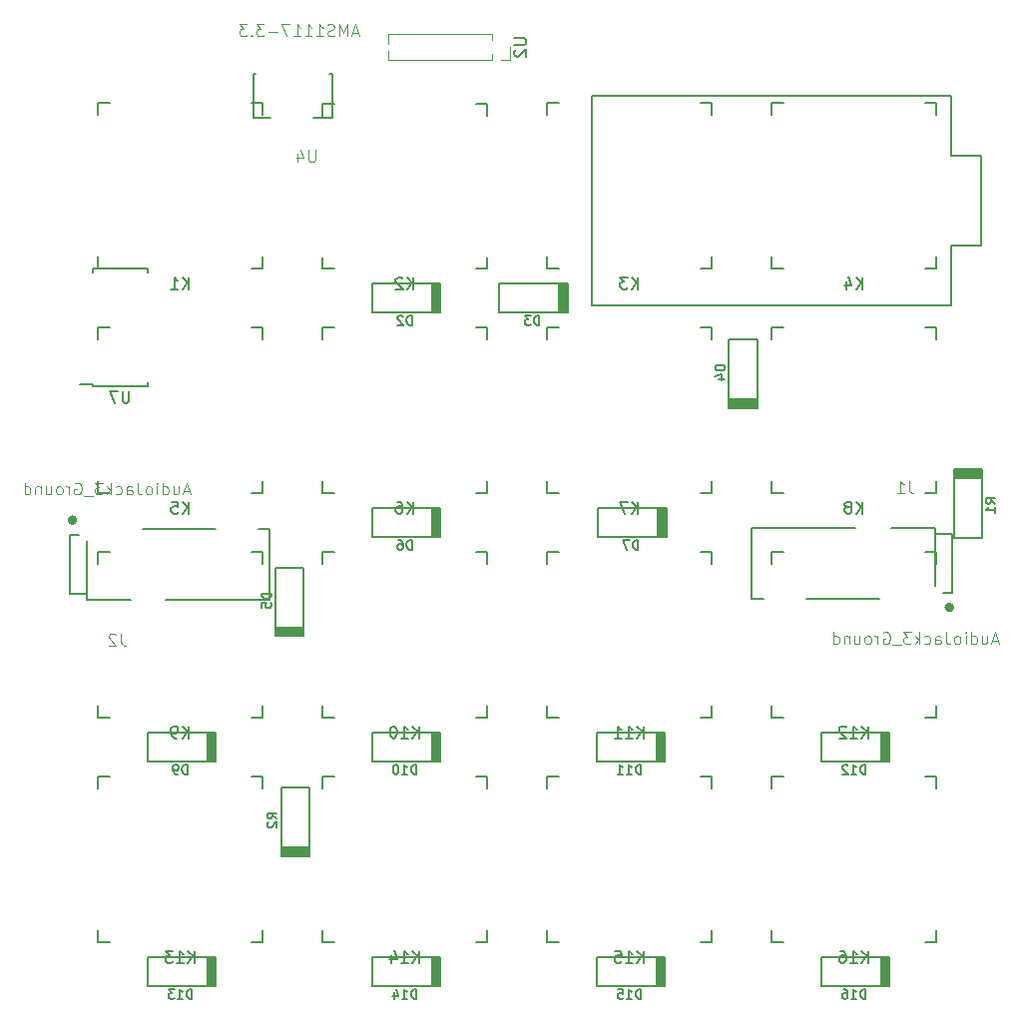
<source format=gbr>
G04 #@! TF.GenerationSoftware,KiCad,Pcbnew,(5.0.0-3-g5ebb6b6)*
G04 #@! TF.CreationDate,2019-05-01T00:54:29-07:00*
G04 #@! TF.ProjectId,arrowPad,6172726F775061642E6B696361645F70,rev?*
G04 #@! TF.SameCoordinates,Original*
G04 #@! TF.FileFunction,Legend,Bot*
G04 #@! TF.FilePolarity,Positive*
%FSLAX46Y46*%
G04 Gerber Fmt 4.6, Leading zero omitted, Abs format (unit mm)*
G04 Created by KiCad (PCBNEW (5.0.0-3-g5ebb6b6)) date Wednesday, May 01, 2019 at 12:54:29 AM*
%MOMM*%
%LPD*%
G01*
G04 APERTURE LIST*
%ADD10C,0.150000*%
%ADD11C,0.200000*%
%ADD12C,0.120000*%
%ADD13C,0.127000*%
%ADD14C,0.400000*%
%ADD15C,0.050000*%
G04 APERTURE END LIST*
D10*
G04 #@! TO.C,K6*
X156860000Y-76820000D02*
X156860000Y-77820000D01*
X155860000Y-76820000D02*
X156860000Y-76820000D01*
X156860000Y-90820000D02*
X155860000Y-90820000D01*
X156860000Y-89820000D02*
X156860000Y-90820000D01*
X142860000Y-90820000D02*
X142860000Y-89820000D01*
X143860000Y-90820000D02*
X142860000Y-90820000D01*
X142860000Y-76820000D02*
X143860000Y-76820000D01*
X142860000Y-77820000D02*
X142860000Y-76820000D01*
D11*
G04 #@! TO.C,D2*
X147060000Y-75495000D02*
X152860000Y-75495000D01*
X147060000Y-73095000D02*
X147060000Y-75495000D01*
X152860000Y-73095000D02*
X147060000Y-73095000D01*
X152785000Y-73095000D02*
X152785000Y-75495000D01*
X152660000Y-73095000D02*
X152660000Y-75495000D01*
X152885000Y-75495000D02*
X152885000Y-73095000D01*
X152485000Y-73095000D02*
X152485000Y-75495000D01*
X152310000Y-73095000D02*
X152310000Y-75495000D01*
X152135000Y-73095000D02*
X152135000Y-75495000D01*
G04 #@! TO.C,D3*
X162930000Y-73095000D02*
X162930000Y-75495000D01*
X163105000Y-73095000D02*
X163105000Y-75495000D01*
X163280000Y-73095000D02*
X163280000Y-75495000D01*
X163680000Y-75495000D02*
X163680000Y-73095000D01*
X163455000Y-73095000D02*
X163455000Y-75495000D01*
X163580000Y-73095000D02*
X163580000Y-75495000D01*
X163655000Y-73095000D02*
X157855000Y-73095000D01*
X157855000Y-73095000D02*
X157855000Y-75495000D01*
X157855000Y-75495000D02*
X163655000Y-75495000D01*
G04 #@! TO.C,D4*
X177336600Y-77794200D02*
X177336600Y-83594200D01*
X179736600Y-77794200D02*
X177336600Y-77794200D01*
X179736600Y-83594200D02*
X179736600Y-77794200D01*
X179736600Y-83519200D02*
X177336600Y-83519200D01*
X179736600Y-83394200D02*
X177336600Y-83394200D01*
X177336600Y-83619200D02*
X179736600Y-83619200D01*
X179736600Y-83219200D02*
X177336600Y-83219200D01*
X179736600Y-83044200D02*
X177336600Y-83044200D01*
X179736600Y-82869200D02*
X177336600Y-82869200D01*
G04 #@! TO.C,D5*
X141281000Y-102224000D02*
X138881000Y-102224000D01*
X141281000Y-102399000D02*
X138881000Y-102399000D01*
X141281000Y-102574000D02*
X138881000Y-102574000D01*
X138881000Y-102974000D02*
X141281000Y-102974000D01*
X141281000Y-102749000D02*
X138881000Y-102749000D01*
X141281000Y-102874000D02*
X138881000Y-102874000D01*
X141281000Y-102949000D02*
X141281000Y-97149000D01*
X141281000Y-97149000D02*
X138881000Y-97149000D01*
X138881000Y-97149000D02*
X138881000Y-102949000D01*
G04 #@! TO.C,D6*
X147060000Y-94545000D02*
X152860000Y-94545000D01*
X147060000Y-92145000D02*
X147060000Y-94545000D01*
X152860000Y-92145000D02*
X147060000Y-92145000D01*
X152785000Y-92145000D02*
X152785000Y-94545000D01*
X152660000Y-92145000D02*
X152660000Y-94545000D01*
X152885000Y-94545000D02*
X152885000Y-92145000D01*
X152485000Y-92145000D02*
X152485000Y-94545000D01*
X152310000Y-92145000D02*
X152310000Y-94545000D01*
X152135000Y-92145000D02*
X152135000Y-94545000D01*
G04 #@! TO.C,D7*
X171312000Y-92145000D02*
X171312000Y-94545000D01*
X171487000Y-92145000D02*
X171487000Y-94545000D01*
X171662000Y-92145000D02*
X171662000Y-94545000D01*
X172062000Y-94545000D02*
X172062000Y-92145000D01*
X171837000Y-92145000D02*
X171837000Y-94545000D01*
X171962000Y-92145000D02*
X171962000Y-94545000D01*
X172037000Y-92145000D02*
X166237000Y-92145000D01*
X166237000Y-92145000D02*
X166237000Y-94545000D01*
X166237000Y-94545000D02*
X172037000Y-94545000D01*
G04 #@! TO.C,D9*
X133085000Y-111195000D02*
X133085000Y-113595000D01*
X133260000Y-111195000D02*
X133260000Y-113595000D01*
X133435000Y-111195000D02*
X133435000Y-113595000D01*
X133835000Y-113595000D02*
X133835000Y-111195000D01*
X133610000Y-111195000D02*
X133610000Y-113595000D01*
X133735000Y-111195000D02*
X133735000Y-113595000D01*
X133810000Y-111195000D02*
X128010000Y-111195000D01*
X128010000Y-111195000D02*
X128010000Y-113595000D01*
X128010000Y-113595000D02*
X133810000Y-113595000D01*
D10*
G04 #@! TO.C,K1*
X123810000Y-58770000D02*
X123810000Y-57770000D01*
X123810000Y-57770000D02*
X124810000Y-57770000D01*
X124810000Y-71770000D02*
X123810000Y-71770000D01*
X123810000Y-71770000D02*
X123810000Y-70770000D01*
X137810000Y-70770000D02*
X137810000Y-71770000D01*
X137810000Y-71770000D02*
X136810000Y-71770000D01*
X136810000Y-57770000D02*
X137810000Y-57770000D01*
X137810000Y-57770000D02*
X137810000Y-58770000D01*
G04 #@! TO.C,K2*
X156860000Y-57814000D02*
X156860000Y-58814000D01*
X155860000Y-57814000D02*
X156860000Y-57814000D01*
X156860000Y-71814000D02*
X155860000Y-71814000D01*
X156860000Y-70814000D02*
X156860000Y-71814000D01*
X142860000Y-71814000D02*
X142860000Y-70814000D01*
X143860000Y-71814000D02*
X142860000Y-71814000D01*
X142860000Y-57814000D02*
X143860000Y-57814000D01*
X142860000Y-58814000D02*
X142860000Y-57814000D01*
G04 #@! TO.C,K3*
X161910000Y-58770000D02*
X161910000Y-57770000D01*
X161910000Y-57770000D02*
X162910000Y-57770000D01*
X162910000Y-71770000D02*
X161910000Y-71770000D01*
X161910000Y-71770000D02*
X161910000Y-70770000D01*
X175910000Y-70770000D02*
X175910000Y-71770000D01*
X175910000Y-71770000D02*
X174910000Y-71770000D01*
X174910000Y-57770000D02*
X175910000Y-57770000D01*
X175910000Y-57770000D02*
X175910000Y-58770000D01*
G04 #@! TO.C,K4*
X194960000Y-57770000D02*
X194960000Y-58770000D01*
X193960000Y-57770000D02*
X194960000Y-57770000D01*
X194960000Y-71770000D02*
X193960000Y-71770000D01*
X194960000Y-70770000D02*
X194960000Y-71770000D01*
X180960000Y-71770000D02*
X180960000Y-70770000D01*
X181960000Y-71770000D02*
X180960000Y-71770000D01*
X180960000Y-57770000D02*
X181960000Y-57770000D01*
X180960000Y-58770000D02*
X180960000Y-57770000D01*
G04 #@! TO.C,K5*
X123810000Y-77820000D02*
X123810000Y-76820000D01*
X123810000Y-76820000D02*
X124810000Y-76820000D01*
X124810000Y-90820000D02*
X123810000Y-90820000D01*
X123810000Y-90820000D02*
X123810000Y-89820000D01*
X137810000Y-89820000D02*
X137810000Y-90820000D01*
X137810000Y-90820000D02*
X136810000Y-90820000D01*
X136810000Y-76820000D02*
X137810000Y-76820000D01*
X137810000Y-76820000D02*
X137810000Y-77820000D01*
G04 #@! TO.C,K7*
X161910000Y-77820000D02*
X161910000Y-76820000D01*
X161910000Y-76820000D02*
X162910000Y-76820000D01*
X162910000Y-90820000D02*
X161910000Y-90820000D01*
X161910000Y-90820000D02*
X161910000Y-89820000D01*
X175910000Y-89820000D02*
X175910000Y-90820000D01*
X175910000Y-90820000D02*
X174910000Y-90820000D01*
X174910000Y-76820000D02*
X175910000Y-76820000D01*
X175910000Y-76820000D02*
X175910000Y-77820000D01*
G04 #@! TO.C,K8*
X194960000Y-76820000D02*
X194960000Y-77820000D01*
X193960000Y-76820000D02*
X194960000Y-76820000D01*
X194960000Y-90820000D02*
X193960000Y-90820000D01*
X194960000Y-89820000D02*
X194960000Y-90820000D01*
X180960000Y-90820000D02*
X180960000Y-89820000D01*
X181960000Y-90820000D02*
X180960000Y-90820000D01*
X180960000Y-76820000D02*
X181960000Y-76820000D01*
X180960000Y-77820000D02*
X180960000Y-76820000D01*
G04 #@! TO.C,K9*
X123810000Y-96870000D02*
X123810000Y-95870000D01*
X123810000Y-95870000D02*
X124810000Y-95870000D01*
X124810000Y-109870000D02*
X123810000Y-109870000D01*
X123810000Y-109870000D02*
X123810000Y-108870000D01*
X137810000Y-108870000D02*
X137810000Y-109870000D01*
X137810000Y-109870000D02*
X136810000Y-109870000D01*
X136810000Y-95870000D02*
X137810000Y-95870000D01*
X137810000Y-95870000D02*
X137810000Y-96870000D01*
D12*
G04 #@! TO.C,U2*
X158760000Y-54110000D02*
X158760000Y-53000000D01*
X158000000Y-54110000D02*
X158760000Y-54110000D01*
X157240000Y-52436529D02*
X157240000Y-51890000D01*
X157240000Y-54110000D02*
X157240000Y-53563471D01*
X157240000Y-51890000D02*
X148415000Y-51890000D01*
X157240000Y-54110000D02*
X148415000Y-54110000D01*
X148415000Y-52692470D02*
X148415000Y-51890000D01*
X148415000Y-54110000D02*
X148415000Y-53307530D01*
D13*
G04 #@! TO.C,U4*
X143695000Y-55290000D02*
X143695000Y-59010000D01*
X136975000Y-55290000D02*
X136975000Y-59010000D01*
X143695000Y-55290000D02*
X143435000Y-55290000D01*
X137225000Y-55290000D02*
X136975000Y-55290000D01*
X136975000Y-59010000D02*
X138465000Y-59010000D01*
X142095000Y-59010000D02*
X143695000Y-59010000D01*
D11*
G04 #@! TO.C,D10*
X152135000Y-111195000D02*
X152135000Y-113595000D01*
X152310000Y-111195000D02*
X152310000Y-113595000D01*
X152485000Y-111195000D02*
X152485000Y-113595000D01*
X152885000Y-113595000D02*
X152885000Y-111195000D01*
X152660000Y-111195000D02*
X152660000Y-113595000D01*
X152785000Y-111195000D02*
X152785000Y-113595000D01*
X152860000Y-111195000D02*
X147060000Y-111195000D01*
X147060000Y-111195000D02*
X147060000Y-113595000D01*
X147060000Y-113595000D02*
X152860000Y-113595000D01*
G04 #@! TO.C,D11*
X166110000Y-113595000D02*
X171910000Y-113595000D01*
X166110000Y-111195000D02*
X166110000Y-113595000D01*
X171910000Y-111195000D02*
X166110000Y-111195000D01*
X171835000Y-111195000D02*
X171835000Y-113595000D01*
X171710000Y-111195000D02*
X171710000Y-113595000D01*
X171935000Y-113595000D02*
X171935000Y-111195000D01*
X171535000Y-111195000D02*
X171535000Y-113595000D01*
X171360000Y-111195000D02*
X171360000Y-113595000D01*
X171185000Y-111195000D02*
X171185000Y-113595000D01*
G04 #@! TO.C,D12*
X190235000Y-111195000D02*
X190235000Y-113595000D01*
X190410000Y-111195000D02*
X190410000Y-113595000D01*
X190585000Y-111195000D02*
X190585000Y-113595000D01*
X190985000Y-113595000D02*
X190985000Y-111195000D01*
X190760000Y-111195000D02*
X190760000Y-113595000D01*
X190885000Y-111195000D02*
X190885000Y-113595000D01*
X190960000Y-111195000D02*
X185160000Y-111195000D01*
X185160000Y-111195000D02*
X185160000Y-113595000D01*
X185160000Y-113595000D02*
X190960000Y-113595000D01*
G04 #@! TO.C,D13*
X128010000Y-132645000D02*
X133810000Y-132645000D01*
X128010000Y-130245000D02*
X128010000Y-132645000D01*
X133810000Y-130245000D02*
X128010000Y-130245000D01*
X133735000Y-130245000D02*
X133735000Y-132645000D01*
X133610000Y-130245000D02*
X133610000Y-132645000D01*
X133835000Y-132645000D02*
X133835000Y-130245000D01*
X133435000Y-130245000D02*
X133435000Y-132645000D01*
X133260000Y-130245000D02*
X133260000Y-132645000D01*
X133085000Y-130245000D02*
X133085000Y-132645000D01*
G04 #@! TO.C,D14*
X152135000Y-130245000D02*
X152135000Y-132645000D01*
X152310000Y-130245000D02*
X152310000Y-132645000D01*
X152485000Y-130245000D02*
X152485000Y-132645000D01*
X152885000Y-132645000D02*
X152885000Y-130245000D01*
X152660000Y-130245000D02*
X152660000Y-132645000D01*
X152785000Y-130245000D02*
X152785000Y-132645000D01*
X152860000Y-130245000D02*
X147060000Y-130245000D01*
X147060000Y-130245000D02*
X147060000Y-132645000D01*
X147060000Y-132645000D02*
X152860000Y-132645000D01*
G04 #@! TO.C,D15*
X166110000Y-132645000D02*
X171910000Y-132645000D01*
X166110000Y-130245000D02*
X166110000Y-132645000D01*
X171910000Y-130245000D02*
X166110000Y-130245000D01*
X171835000Y-130245000D02*
X171835000Y-132645000D01*
X171710000Y-130245000D02*
X171710000Y-132645000D01*
X171935000Y-132645000D02*
X171935000Y-130245000D01*
X171535000Y-130245000D02*
X171535000Y-132645000D01*
X171360000Y-130245000D02*
X171360000Y-132645000D01*
X171185000Y-130245000D02*
X171185000Y-132645000D01*
G04 #@! TO.C,D16*
X190235000Y-130245000D02*
X190235000Y-132645000D01*
X190410000Y-130245000D02*
X190410000Y-132645000D01*
X190585000Y-130245000D02*
X190585000Y-132645000D01*
X190985000Y-132645000D02*
X190985000Y-130245000D01*
X190760000Y-130245000D02*
X190760000Y-132645000D01*
X190885000Y-130245000D02*
X190885000Y-132645000D01*
X190960000Y-130245000D02*
X185160000Y-130245000D01*
X185160000Y-130245000D02*
X185160000Y-132645000D01*
X185160000Y-132645000D02*
X190960000Y-132645000D01*
D10*
G04 #@! TO.C,K10*
X156860000Y-95870000D02*
X156860000Y-96870000D01*
X155860000Y-95870000D02*
X156860000Y-95870000D01*
X156860000Y-109870000D02*
X155860000Y-109870000D01*
X156860000Y-108870000D02*
X156860000Y-109870000D01*
X142860000Y-109870000D02*
X142860000Y-108870000D01*
X143860000Y-109870000D02*
X142860000Y-109870000D01*
X142860000Y-95870000D02*
X143860000Y-95870000D01*
X142860000Y-96870000D02*
X142860000Y-95870000D01*
G04 #@! TO.C,K11*
X161910000Y-96870000D02*
X161910000Y-95870000D01*
X161910000Y-95870000D02*
X162910000Y-95870000D01*
X162910000Y-109870000D02*
X161910000Y-109870000D01*
X161910000Y-109870000D02*
X161910000Y-108870000D01*
X175910000Y-108870000D02*
X175910000Y-109870000D01*
X175910000Y-109870000D02*
X174910000Y-109870000D01*
X174910000Y-95870000D02*
X175910000Y-95870000D01*
X175910000Y-95870000D02*
X175910000Y-96870000D01*
G04 #@! TO.C,K12*
X180960000Y-96870000D02*
X180960000Y-95870000D01*
X180960000Y-95870000D02*
X181960000Y-95870000D01*
X181960000Y-109870000D02*
X180960000Y-109870000D01*
X180960000Y-109870000D02*
X180960000Y-108870000D01*
X194960000Y-108870000D02*
X194960000Y-109870000D01*
X194960000Y-109870000D02*
X193960000Y-109870000D01*
X193960000Y-95870000D02*
X194960000Y-95870000D01*
X194960000Y-95870000D02*
X194960000Y-96870000D01*
G04 #@! TO.C,K13*
X137810000Y-114920000D02*
X137810000Y-115920000D01*
X136810000Y-114920000D02*
X137810000Y-114920000D01*
X137810000Y-128920000D02*
X136810000Y-128920000D01*
X137810000Y-127920000D02*
X137810000Y-128920000D01*
X123810000Y-128920000D02*
X123810000Y-127920000D01*
X124810000Y-128920000D02*
X123810000Y-128920000D01*
X123810000Y-114920000D02*
X124810000Y-114920000D01*
X123810000Y-115920000D02*
X123810000Y-114920000D01*
G04 #@! TO.C,K14*
X142860000Y-115920000D02*
X142860000Y-114920000D01*
X142860000Y-114920000D02*
X143860000Y-114920000D01*
X143860000Y-128920000D02*
X142860000Y-128920000D01*
X142860000Y-128920000D02*
X142860000Y-127920000D01*
X156860000Y-127920000D02*
X156860000Y-128920000D01*
X156860000Y-128920000D02*
X155860000Y-128920000D01*
X155860000Y-114920000D02*
X156860000Y-114920000D01*
X156860000Y-114920000D02*
X156860000Y-115920000D01*
G04 #@! TO.C,K15*
X175910000Y-114920000D02*
X175910000Y-115920000D01*
X174910000Y-114920000D02*
X175910000Y-114920000D01*
X175910000Y-128920000D02*
X174910000Y-128920000D01*
X175910000Y-127920000D02*
X175910000Y-128920000D01*
X161910000Y-128920000D02*
X161910000Y-127920000D01*
X162910000Y-128920000D02*
X161910000Y-128920000D01*
X161910000Y-114920000D02*
X162910000Y-114920000D01*
X161910000Y-115920000D02*
X161910000Y-114920000D01*
G04 #@! TO.C,K16*
X180960000Y-115920000D02*
X180960000Y-114920000D01*
X180960000Y-114920000D02*
X181960000Y-114920000D01*
X181960000Y-128920000D02*
X180960000Y-128920000D01*
X180960000Y-128920000D02*
X180960000Y-127920000D01*
X194960000Y-127920000D02*
X194960000Y-128920000D01*
X194960000Y-128920000D02*
X193960000Y-128920000D01*
X193960000Y-114920000D02*
X194960000Y-114920000D01*
X194960000Y-114920000D02*
X194960000Y-115920000D01*
D11*
G04 #@! TO.C,R1*
X196462800Y-89584100D02*
X198862800Y-89584100D01*
X196462800Y-89409100D02*
X198862800Y-89409100D01*
X196462800Y-89234100D02*
X198862800Y-89234100D01*
X198862800Y-88834100D02*
X196462800Y-88834100D01*
X196462800Y-89059100D02*
X198862800Y-89059100D01*
X196462800Y-88934100D02*
X198862800Y-88934100D01*
X196462800Y-88859100D02*
X196462800Y-94659100D01*
X196462800Y-94659100D02*
X198862800Y-94659100D01*
X198862800Y-94659100D02*
X198862800Y-88859100D01*
G04 #@! TO.C,R2*
X139350900Y-115792600D02*
X139350900Y-121592600D01*
X141750900Y-115792600D02*
X139350900Y-115792600D01*
X141750900Y-121592600D02*
X141750900Y-115792600D01*
X141750900Y-121517600D02*
X139350900Y-121517600D01*
X141750900Y-121392600D02*
X139350900Y-121392600D01*
X139350900Y-121617600D02*
X141750900Y-121617600D01*
X141750900Y-121217600D02*
X139350900Y-121217600D01*
X141750900Y-121042600D02*
X139350900Y-121042600D01*
X141750900Y-120867600D02*
X139350900Y-120867600D01*
D10*
G04 #@! TO.C,U1*
X165735000Y-74930000D02*
X165735000Y-57150000D01*
X165735000Y-57150000D02*
X196215000Y-57150000D01*
X196215000Y-57150000D02*
X196215000Y-62230000D01*
X196215000Y-62230000D02*
X198755000Y-62230000D01*
X198755000Y-62230000D02*
X198755000Y-69850000D01*
X198755000Y-69850000D02*
X196215000Y-69850000D01*
X196215000Y-69850000D02*
X196215000Y-74930000D01*
X196215000Y-74930000D02*
X165735000Y-74930000D01*
G04 #@! TO.C,U7*
X123379600Y-81797300D02*
X123379600Y-81572300D01*
X128029600Y-81797300D02*
X128029600Y-81472300D01*
X128029600Y-71796500D02*
X128029600Y-72121500D01*
X123379600Y-71796500D02*
X123379600Y-72121500D01*
X123379600Y-81797300D02*
X128029600Y-81797300D01*
X123379600Y-71796500D02*
X128029600Y-71796500D01*
X123379600Y-81572300D02*
X122304600Y-81572300D01*
D13*
G04 #@! TO.C,J1*
X179301700Y-93782400D02*
X179301700Y-99782400D01*
D14*
X196251700Y-100532400D02*
G75*
G03X196251700Y-100532400I-200000J0D01*
G01*
D13*
X179301700Y-93782400D02*
X188101700Y-93782400D01*
X180251700Y-99782400D02*
X179301700Y-99782400D01*
X190101700Y-99782400D02*
X183901700Y-99782400D01*
X196301700Y-99282400D02*
X195501700Y-99282400D01*
X196301700Y-94282400D02*
X196301700Y-99282400D01*
X194801700Y-94282400D02*
X196301700Y-94282400D01*
X194801700Y-94282400D02*
X194801700Y-98732400D01*
X194801700Y-93782400D02*
X194801700Y-94282400D01*
X191101700Y-93782400D02*
X194801700Y-93782400D01*
G04 #@! TO.C,J2*
X126604100Y-99888300D02*
X122904100Y-99888300D01*
X122904100Y-99888300D02*
X122904100Y-99388300D01*
X122904100Y-99388300D02*
X122904100Y-94938300D01*
X122904100Y-99388300D02*
X121404100Y-99388300D01*
X121404100Y-99388300D02*
X121404100Y-94388300D01*
X121404100Y-94388300D02*
X122204100Y-94388300D01*
X127604100Y-93888300D02*
X133804100Y-93888300D01*
X137454100Y-93888300D02*
X138404100Y-93888300D01*
X138404100Y-99888300D02*
X129604100Y-99888300D01*
D14*
X121854100Y-93138300D02*
G75*
G03X121854100Y-93138300I-200000J0D01*
G01*
D13*
X138404100Y-99888300D02*
X138404100Y-93888300D01*
G04 #@! TO.C,K6*
D10*
X150598095Y-92572380D02*
X150598095Y-91572380D01*
X150026666Y-92572380D02*
X150455238Y-92000952D01*
X150026666Y-91572380D02*
X150598095Y-92143809D01*
X149169523Y-91572380D02*
X149360000Y-91572380D01*
X149455238Y-91620000D01*
X149502857Y-91667619D01*
X149598095Y-91810476D01*
X149645714Y-92000952D01*
X149645714Y-92381904D01*
X149598095Y-92477142D01*
X149550476Y-92524761D01*
X149455238Y-92572380D01*
X149264761Y-92572380D01*
X149169523Y-92524761D01*
X149121904Y-92477142D01*
X149074285Y-92381904D01*
X149074285Y-92143809D01*
X149121904Y-92048571D01*
X149169523Y-92000952D01*
X149264761Y-91953333D01*
X149455238Y-91953333D01*
X149550476Y-92000952D01*
X149598095Y-92048571D01*
X149645714Y-92143809D01*
G04 #@! TO.C,D2*
X150450476Y-76581904D02*
X150450476Y-75781904D01*
X150260000Y-75781904D01*
X150145714Y-75820000D01*
X150069523Y-75896190D01*
X150031428Y-75972380D01*
X149993333Y-76124761D01*
X149993333Y-76239047D01*
X150031428Y-76391428D01*
X150069523Y-76467619D01*
X150145714Y-76543809D01*
X150260000Y-76581904D01*
X150450476Y-76581904D01*
X149688571Y-75858095D02*
X149650476Y-75820000D01*
X149574285Y-75781904D01*
X149383809Y-75781904D01*
X149307619Y-75820000D01*
X149269523Y-75858095D01*
X149231428Y-75934285D01*
X149231428Y-76010476D01*
X149269523Y-76124761D01*
X149726666Y-76581904D01*
X149231428Y-76581904D01*
G04 #@! TO.C,D3*
X161245476Y-76581904D02*
X161245476Y-75781904D01*
X161055000Y-75781904D01*
X160940714Y-75820000D01*
X160864523Y-75896190D01*
X160826428Y-75972380D01*
X160788333Y-76124761D01*
X160788333Y-76239047D01*
X160826428Y-76391428D01*
X160864523Y-76467619D01*
X160940714Y-76543809D01*
X161055000Y-76581904D01*
X161245476Y-76581904D01*
X160521666Y-75781904D02*
X160026428Y-75781904D01*
X160293095Y-76086666D01*
X160178809Y-76086666D01*
X160102619Y-76124761D01*
X160064523Y-76162857D01*
X160026428Y-76239047D01*
X160026428Y-76429523D01*
X160064523Y-76505714D01*
X160102619Y-76543809D01*
X160178809Y-76581904D01*
X160407380Y-76581904D01*
X160483571Y-76543809D01*
X160521666Y-76505714D01*
G04 #@! TO.C,D4*
X176973504Y-80003723D02*
X176173504Y-80003723D01*
X176173504Y-80194200D01*
X176211600Y-80308485D01*
X176287790Y-80384676D01*
X176363980Y-80422771D01*
X176516361Y-80460866D01*
X176630647Y-80460866D01*
X176783028Y-80422771D01*
X176859219Y-80384676D01*
X176935409Y-80308485D01*
X176973504Y-80194200D01*
X176973504Y-80003723D01*
X176440171Y-81146580D02*
X176973504Y-81146580D01*
X176135409Y-80956104D02*
X176706838Y-80765628D01*
X176706838Y-81260866D01*
G04 #@! TO.C,D5*
X138517904Y-99358523D02*
X137717904Y-99358523D01*
X137717904Y-99549000D01*
X137756000Y-99663285D01*
X137832190Y-99739476D01*
X137908380Y-99777571D01*
X138060761Y-99815666D01*
X138175047Y-99815666D01*
X138327428Y-99777571D01*
X138403619Y-99739476D01*
X138479809Y-99663285D01*
X138517904Y-99549000D01*
X138517904Y-99358523D01*
X137717904Y-100539476D02*
X137717904Y-100158523D01*
X138098857Y-100120428D01*
X138060761Y-100158523D01*
X138022666Y-100234714D01*
X138022666Y-100425190D01*
X138060761Y-100501380D01*
X138098857Y-100539476D01*
X138175047Y-100577571D01*
X138365523Y-100577571D01*
X138441714Y-100539476D01*
X138479809Y-100501380D01*
X138517904Y-100425190D01*
X138517904Y-100234714D01*
X138479809Y-100158523D01*
X138441714Y-100120428D01*
G04 #@! TO.C,D6*
X150450476Y-95631904D02*
X150450476Y-94831904D01*
X150260000Y-94831904D01*
X150145714Y-94870000D01*
X150069523Y-94946190D01*
X150031428Y-95022380D01*
X149993333Y-95174761D01*
X149993333Y-95289047D01*
X150031428Y-95441428D01*
X150069523Y-95517619D01*
X150145714Y-95593809D01*
X150260000Y-95631904D01*
X150450476Y-95631904D01*
X149307619Y-94831904D02*
X149460000Y-94831904D01*
X149536190Y-94870000D01*
X149574285Y-94908095D01*
X149650476Y-95022380D01*
X149688571Y-95174761D01*
X149688571Y-95479523D01*
X149650476Y-95555714D01*
X149612380Y-95593809D01*
X149536190Y-95631904D01*
X149383809Y-95631904D01*
X149307619Y-95593809D01*
X149269523Y-95555714D01*
X149231428Y-95479523D01*
X149231428Y-95289047D01*
X149269523Y-95212857D01*
X149307619Y-95174761D01*
X149383809Y-95136666D01*
X149536190Y-95136666D01*
X149612380Y-95174761D01*
X149650476Y-95212857D01*
X149688571Y-95289047D01*
G04 #@! TO.C,D7*
X169627476Y-95631904D02*
X169627476Y-94831904D01*
X169437000Y-94831904D01*
X169322714Y-94870000D01*
X169246523Y-94946190D01*
X169208428Y-95022380D01*
X169170333Y-95174761D01*
X169170333Y-95289047D01*
X169208428Y-95441428D01*
X169246523Y-95517619D01*
X169322714Y-95593809D01*
X169437000Y-95631904D01*
X169627476Y-95631904D01*
X168903666Y-94831904D02*
X168370333Y-94831904D01*
X168713190Y-95631904D01*
G04 #@! TO.C,D9*
X131400476Y-114681904D02*
X131400476Y-113881904D01*
X131210000Y-113881904D01*
X131095714Y-113920000D01*
X131019523Y-113996190D01*
X130981428Y-114072380D01*
X130943333Y-114224761D01*
X130943333Y-114339047D01*
X130981428Y-114491428D01*
X131019523Y-114567619D01*
X131095714Y-114643809D01*
X131210000Y-114681904D01*
X131400476Y-114681904D01*
X130562380Y-114681904D02*
X130410000Y-114681904D01*
X130333809Y-114643809D01*
X130295714Y-114605714D01*
X130219523Y-114491428D01*
X130181428Y-114339047D01*
X130181428Y-114034285D01*
X130219523Y-113958095D01*
X130257619Y-113920000D01*
X130333809Y-113881904D01*
X130486190Y-113881904D01*
X130562380Y-113920000D01*
X130600476Y-113958095D01*
X130638571Y-114034285D01*
X130638571Y-114224761D01*
X130600476Y-114300952D01*
X130562380Y-114339047D01*
X130486190Y-114377142D01*
X130333809Y-114377142D01*
X130257619Y-114339047D01*
X130219523Y-114300952D01*
X130181428Y-114224761D01*
G04 #@! TO.C,K1*
X131548095Y-73522380D02*
X131548095Y-72522380D01*
X130976666Y-73522380D02*
X131405238Y-72950952D01*
X130976666Y-72522380D02*
X131548095Y-73093809D01*
X130024285Y-73522380D02*
X130595714Y-73522380D01*
X130310000Y-73522380D02*
X130310000Y-72522380D01*
X130405238Y-72665238D01*
X130500476Y-72760476D01*
X130595714Y-72808095D01*
G04 #@! TO.C,K2*
X150598095Y-73566380D02*
X150598095Y-72566380D01*
X150026666Y-73566380D02*
X150455238Y-72994952D01*
X150026666Y-72566380D02*
X150598095Y-73137809D01*
X149645714Y-72661619D02*
X149598095Y-72614000D01*
X149502857Y-72566380D01*
X149264761Y-72566380D01*
X149169523Y-72614000D01*
X149121904Y-72661619D01*
X149074285Y-72756857D01*
X149074285Y-72852095D01*
X149121904Y-72994952D01*
X149693333Y-73566380D01*
X149074285Y-73566380D01*
G04 #@! TO.C,K3*
X169648095Y-73522380D02*
X169648095Y-72522380D01*
X169076666Y-73522380D02*
X169505238Y-72950952D01*
X169076666Y-72522380D02*
X169648095Y-73093809D01*
X168743333Y-72522380D02*
X168124285Y-72522380D01*
X168457619Y-72903333D01*
X168314761Y-72903333D01*
X168219523Y-72950952D01*
X168171904Y-72998571D01*
X168124285Y-73093809D01*
X168124285Y-73331904D01*
X168171904Y-73427142D01*
X168219523Y-73474761D01*
X168314761Y-73522380D01*
X168600476Y-73522380D01*
X168695714Y-73474761D01*
X168743333Y-73427142D01*
G04 #@! TO.C,K4*
X188698095Y-73522380D02*
X188698095Y-72522380D01*
X188126666Y-73522380D02*
X188555238Y-72950952D01*
X188126666Y-72522380D02*
X188698095Y-73093809D01*
X187269523Y-72855714D02*
X187269523Y-73522380D01*
X187507619Y-72474761D02*
X187745714Y-73189047D01*
X187126666Y-73189047D01*
G04 #@! TO.C,K5*
X131548095Y-92572380D02*
X131548095Y-91572380D01*
X130976666Y-92572380D02*
X131405238Y-92000952D01*
X130976666Y-91572380D02*
X131548095Y-92143809D01*
X130071904Y-91572380D02*
X130548095Y-91572380D01*
X130595714Y-92048571D01*
X130548095Y-92000952D01*
X130452857Y-91953333D01*
X130214761Y-91953333D01*
X130119523Y-92000952D01*
X130071904Y-92048571D01*
X130024285Y-92143809D01*
X130024285Y-92381904D01*
X130071904Y-92477142D01*
X130119523Y-92524761D01*
X130214761Y-92572380D01*
X130452857Y-92572380D01*
X130548095Y-92524761D01*
X130595714Y-92477142D01*
G04 #@! TO.C,K7*
X169648095Y-92572380D02*
X169648095Y-91572380D01*
X169076666Y-92572380D02*
X169505238Y-92000952D01*
X169076666Y-91572380D02*
X169648095Y-92143809D01*
X168743333Y-91572380D02*
X168076666Y-91572380D01*
X168505238Y-92572380D01*
G04 #@! TO.C,K8*
X188698095Y-92572380D02*
X188698095Y-91572380D01*
X188126666Y-92572380D02*
X188555238Y-92000952D01*
X188126666Y-91572380D02*
X188698095Y-92143809D01*
X187555238Y-92000952D02*
X187650476Y-91953333D01*
X187698095Y-91905714D01*
X187745714Y-91810476D01*
X187745714Y-91762857D01*
X187698095Y-91667619D01*
X187650476Y-91620000D01*
X187555238Y-91572380D01*
X187364761Y-91572380D01*
X187269523Y-91620000D01*
X187221904Y-91667619D01*
X187174285Y-91762857D01*
X187174285Y-91810476D01*
X187221904Y-91905714D01*
X187269523Y-91953333D01*
X187364761Y-92000952D01*
X187555238Y-92000952D01*
X187650476Y-92048571D01*
X187698095Y-92096190D01*
X187745714Y-92191428D01*
X187745714Y-92381904D01*
X187698095Y-92477142D01*
X187650476Y-92524761D01*
X187555238Y-92572380D01*
X187364761Y-92572380D01*
X187269523Y-92524761D01*
X187221904Y-92477142D01*
X187174285Y-92381904D01*
X187174285Y-92191428D01*
X187221904Y-92096190D01*
X187269523Y-92048571D01*
X187364761Y-92000952D01*
G04 #@! TO.C,K9*
X131548095Y-111622380D02*
X131548095Y-110622380D01*
X130976666Y-111622380D02*
X131405238Y-111050952D01*
X130976666Y-110622380D02*
X131548095Y-111193809D01*
X130500476Y-111622380D02*
X130310000Y-111622380D01*
X130214761Y-111574761D01*
X130167142Y-111527142D01*
X130071904Y-111384285D01*
X130024285Y-111193809D01*
X130024285Y-110812857D01*
X130071904Y-110717619D01*
X130119523Y-110670000D01*
X130214761Y-110622380D01*
X130405238Y-110622380D01*
X130500476Y-110670000D01*
X130548095Y-110717619D01*
X130595714Y-110812857D01*
X130595714Y-111050952D01*
X130548095Y-111146190D01*
X130500476Y-111193809D01*
X130405238Y-111241428D01*
X130214761Y-111241428D01*
X130119523Y-111193809D01*
X130071904Y-111146190D01*
X130024285Y-111050952D01*
G04 #@! TO.C,U2*
X159147380Y-52238095D02*
X159956904Y-52238095D01*
X160052142Y-52285714D01*
X160099761Y-52333333D01*
X160147380Y-52428571D01*
X160147380Y-52619047D01*
X160099761Y-52714285D01*
X160052142Y-52761904D01*
X159956904Y-52809523D01*
X159147380Y-52809523D01*
X159242619Y-53238095D02*
X159195000Y-53285714D01*
X159147380Y-53380952D01*
X159147380Y-53619047D01*
X159195000Y-53714285D01*
X159242619Y-53761904D01*
X159337857Y-53809523D01*
X159433095Y-53809523D01*
X159575952Y-53761904D01*
X160147380Y-53190476D01*
X160147380Y-53809523D01*
G04 #@! TO.C,U4*
D15*
X142250303Y-61745531D02*
X142250303Y-62556488D01*
X142202600Y-62651895D01*
X142154896Y-62699598D01*
X142059490Y-62747301D01*
X141868676Y-62747301D01*
X141773270Y-62699598D01*
X141725566Y-62651895D01*
X141677863Y-62556488D01*
X141677863Y-61745531D01*
X140771500Y-62079455D02*
X140771500Y-62747301D01*
X141010016Y-61697828D02*
X141248533Y-62413378D01*
X140628390Y-62413378D01*
X145859810Y-51782143D02*
X145382771Y-51782143D01*
X145955217Y-52068366D02*
X145621290Y-51066586D01*
X145287364Y-52068366D01*
X144953437Y-52068366D02*
X144953437Y-51066586D01*
X144619510Y-51782143D01*
X144285584Y-51066586D01*
X144285584Y-52068366D01*
X143856250Y-52020662D02*
X143713138Y-52068366D01*
X143474619Y-52068366D01*
X143379211Y-52020662D01*
X143331508Y-51972958D01*
X143283804Y-51877550D01*
X143283804Y-51782143D01*
X143331508Y-51686735D01*
X143379211Y-51639031D01*
X143474619Y-51591328D01*
X143665434Y-51543624D01*
X143760842Y-51495920D01*
X143808546Y-51448216D01*
X143856250Y-51352809D01*
X143856250Y-51257401D01*
X143808546Y-51161993D01*
X143760842Y-51114290D01*
X143665434Y-51066586D01*
X143426915Y-51066586D01*
X143283804Y-51114290D01*
X142329728Y-52068366D02*
X142902173Y-52068366D01*
X142615950Y-52068366D02*
X142615950Y-51066586D01*
X142711358Y-51209697D01*
X142806766Y-51305105D01*
X142902173Y-51352809D01*
X141375651Y-52068366D02*
X141948097Y-52068366D01*
X141661874Y-52068366D02*
X141661874Y-51066586D01*
X141757282Y-51209697D01*
X141852690Y-51305105D01*
X141948097Y-51352809D01*
X140421575Y-52068366D02*
X140994021Y-52068366D01*
X140707798Y-52068366D02*
X140707798Y-51066586D01*
X140803206Y-51209697D01*
X140898613Y-51305105D01*
X140994021Y-51352809D01*
X140087649Y-51066586D02*
X139419795Y-51066586D01*
X139849130Y-52068366D01*
X139038165Y-51686735D02*
X138274904Y-51686735D01*
X137893273Y-51066586D02*
X137273124Y-51066586D01*
X137607050Y-51448216D01*
X137463939Y-51448216D01*
X137368531Y-51495920D01*
X137320828Y-51543624D01*
X137273124Y-51639031D01*
X137273124Y-51877550D01*
X137320828Y-51972958D01*
X137368531Y-52020662D01*
X137463939Y-52068366D01*
X137750162Y-52068366D01*
X137845570Y-52020662D01*
X137893273Y-51972958D01*
X136843790Y-51972958D02*
X136796086Y-52020662D01*
X136843790Y-52068366D01*
X136891493Y-52020662D01*
X136843790Y-51972958D01*
X136843790Y-52068366D01*
X136462159Y-51066586D02*
X135842010Y-51066586D01*
X136175936Y-51448216D01*
X136032825Y-51448216D01*
X135937417Y-51495920D01*
X135889713Y-51543624D01*
X135842010Y-51639031D01*
X135842010Y-51877550D01*
X135889713Y-51972958D01*
X135937417Y-52020662D01*
X136032825Y-52068366D01*
X136319048Y-52068366D01*
X136414455Y-52020662D01*
X136462159Y-51972958D01*
G04 #@! TO.C,D10*
D10*
X150831428Y-114681904D02*
X150831428Y-113881904D01*
X150640952Y-113881904D01*
X150526666Y-113920000D01*
X150450476Y-113996190D01*
X150412380Y-114072380D01*
X150374285Y-114224761D01*
X150374285Y-114339047D01*
X150412380Y-114491428D01*
X150450476Y-114567619D01*
X150526666Y-114643809D01*
X150640952Y-114681904D01*
X150831428Y-114681904D01*
X149612380Y-114681904D02*
X150069523Y-114681904D01*
X149840952Y-114681904D02*
X149840952Y-113881904D01*
X149917142Y-113996190D01*
X149993333Y-114072380D01*
X150069523Y-114110476D01*
X149117142Y-113881904D02*
X149040952Y-113881904D01*
X148964761Y-113920000D01*
X148926666Y-113958095D01*
X148888571Y-114034285D01*
X148850476Y-114186666D01*
X148850476Y-114377142D01*
X148888571Y-114529523D01*
X148926666Y-114605714D01*
X148964761Y-114643809D01*
X149040952Y-114681904D01*
X149117142Y-114681904D01*
X149193333Y-114643809D01*
X149231428Y-114605714D01*
X149269523Y-114529523D01*
X149307619Y-114377142D01*
X149307619Y-114186666D01*
X149269523Y-114034285D01*
X149231428Y-113958095D01*
X149193333Y-113920000D01*
X149117142Y-113881904D01*
G04 #@! TO.C,D11*
X169881428Y-114681904D02*
X169881428Y-113881904D01*
X169690952Y-113881904D01*
X169576666Y-113920000D01*
X169500476Y-113996190D01*
X169462380Y-114072380D01*
X169424285Y-114224761D01*
X169424285Y-114339047D01*
X169462380Y-114491428D01*
X169500476Y-114567619D01*
X169576666Y-114643809D01*
X169690952Y-114681904D01*
X169881428Y-114681904D01*
X168662380Y-114681904D02*
X169119523Y-114681904D01*
X168890952Y-114681904D02*
X168890952Y-113881904D01*
X168967142Y-113996190D01*
X169043333Y-114072380D01*
X169119523Y-114110476D01*
X167900476Y-114681904D02*
X168357619Y-114681904D01*
X168129047Y-114681904D02*
X168129047Y-113881904D01*
X168205238Y-113996190D01*
X168281428Y-114072380D01*
X168357619Y-114110476D01*
G04 #@! TO.C,D12*
X188931428Y-114681904D02*
X188931428Y-113881904D01*
X188740952Y-113881904D01*
X188626666Y-113920000D01*
X188550476Y-113996190D01*
X188512380Y-114072380D01*
X188474285Y-114224761D01*
X188474285Y-114339047D01*
X188512380Y-114491428D01*
X188550476Y-114567619D01*
X188626666Y-114643809D01*
X188740952Y-114681904D01*
X188931428Y-114681904D01*
X187712380Y-114681904D02*
X188169523Y-114681904D01*
X187940952Y-114681904D02*
X187940952Y-113881904D01*
X188017142Y-113996190D01*
X188093333Y-114072380D01*
X188169523Y-114110476D01*
X187407619Y-113958095D02*
X187369523Y-113920000D01*
X187293333Y-113881904D01*
X187102857Y-113881904D01*
X187026666Y-113920000D01*
X186988571Y-113958095D01*
X186950476Y-114034285D01*
X186950476Y-114110476D01*
X186988571Y-114224761D01*
X187445714Y-114681904D01*
X186950476Y-114681904D01*
G04 #@! TO.C,D13*
X131781428Y-133731904D02*
X131781428Y-132931904D01*
X131590952Y-132931904D01*
X131476666Y-132970000D01*
X131400476Y-133046190D01*
X131362380Y-133122380D01*
X131324285Y-133274761D01*
X131324285Y-133389047D01*
X131362380Y-133541428D01*
X131400476Y-133617619D01*
X131476666Y-133693809D01*
X131590952Y-133731904D01*
X131781428Y-133731904D01*
X130562380Y-133731904D02*
X131019523Y-133731904D01*
X130790952Y-133731904D02*
X130790952Y-132931904D01*
X130867142Y-133046190D01*
X130943333Y-133122380D01*
X131019523Y-133160476D01*
X130295714Y-132931904D02*
X129800476Y-132931904D01*
X130067142Y-133236666D01*
X129952857Y-133236666D01*
X129876666Y-133274761D01*
X129838571Y-133312857D01*
X129800476Y-133389047D01*
X129800476Y-133579523D01*
X129838571Y-133655714D01*
X129876666Y-133693809D01*
X129952857Y-133731904D01*
X130181428Y-133731904D01*
X130257619Y-133693809D01*
X130295714Y-133655714D01*
G04 #@! TO.C,D14*
X150831428Y-133731904D02*
X150831428Y-132931904D01*
X150640952Y-132931904D01*
X150526666Y-132970000D01*
X150450476Y-133046190D01*
X150412380Y-133122380D01*
X150374285Y-133274761D01*
X150374285Y-133389047D01*
X150412380Y-133541428D01*
X150450476Y-133617619D01*
X150526666Y-133693809D01*
X150640952Y-133731904D01*
X150831428Y-133731904D01*
X149612380Y-133731904D02*
X150069523Y-133731904D01*
X149840952Y-133731904D02*
X149840952Y-132931904D01*
X149917142Y-133046190D01*
X149993333Y-133122380D01*
X150069523Y-133160476D01*
X148926666Y-133198571D02*
X148926666Y-133731904D01*
X149117142Y-132893809D02*
X149307619Y-133465238D01*
X148812380Y-133465238D01*
G04 #@! TO.C,D15*
X169881428Y-133731904D02*
X169881428Y-132931904D01*
X169690952Y-132931904D01*
X169576666Y-132970000D01*
X169500476Y-133046190D01*
X169462380Y-133122380D01*
X169424285Y-133274761D01*
X169424285Y-133389047D01*
X169462380Y-133541428D01*
X169500476Y-133617619D01*
X169576666Y-133693809D01*
X169690952Y-133731904D01*
X169881428Y-133731904D01*
X168662380Y-133731904D02*
X169119523Y-133731904D01*
X168890952Y-133731904D02*
X168890952Y-132931904D01*
X168967142Y-133046190D01*
X169043333Y-133122380D01*
X169119523Y-133160476D01*
X167938571Y-132931904D02*
X168319523Y-132931904D01*
X168357619Y-133312857D01*
X168319523Y-133274761D01*
X168243333Y-133236666D01*
X168052857Y-133236666D01*
X167976666Y-133274761D01*
X167938571Y-133312857D01*
X167900476Y-133389047D01*
X167900476Y-133579523D01*
X167938571Y-133655714D01*
X167976666Y-133693809D01*
X168052857Y-133731904D01*
X168243333Y-133731904D01*
X168319523Y-133693809D01*
X168357619Y-133655714D01*
G04 #@! TO.C,D16*
X188931428Y-133731904D02*
X188931428Y-132931904D01*
X188740952Y-132931904D01*
X188626666Y-132970000D01*
X188550476Y-133046190D01*
X188512380Y-133122380D01*
X188474285Y-133274761D01*
X188474285Y-133389047D01*
X188512380Y-133541428D01*
X188550476Y-133617619D01*
X188626666Y-133693809D01*
X188740952Y-133731904D01*
X188931428Y-133731904D01*
X187712380Y-133731904D02*
X188169523Y-133731904D01*
X187940952Y-133731904D02*
X187940952Y-132931904D01*
X188017142Y-133046190D01*
X188093333Y-133122380D01*
X188169523Y-133160476D01*
X187026666Y-132931904D02*
X187179047Y-132931904D01*
X187255238Y-132970000D01*
X187293333Y-133008095D01*
X187369523Y-133122380D01*
X187407619Y-133274761D01*
X187407619Y-133579523D01*
X187369523Y-133655714D01*
X187331428Y-133693809D01*
X187255238Y-133731904D01*
X187102857Y-133731904D01*
X187026666Y-133693809D01*
X186988571Y-133655714D01*
X186950476Y-133579523D01*
X186950476Y-133389047D01*
X186988571Y-133312857D01*
X187026666Y-133274761D01*
X187102857Y-133236666D01*
X187255238Y-133236666D01*
X187331428Y-133274761D01*
X187369523Y-133312857D01*
X187407619Y-133389047D01*
G04 #@! TO.C,K10*
X151074285Y-111622380D02*
X151074285Y-110622380D01*
X150502857Y-111622380D02*
X150931428Y-111050952D01*
X150502857Y-110622380D02*
X151074285Y-111193809D01*
X149550476Y-111622380D02*
X150121904Y-111622380D01*
X149836190Y-111622380D02*
X149836190Y-110622380D01*
X149931428Y-110765238D01*
X150026666Y-110860476D01*
X150121904Y-110908095D01*
X148931428Y-110622380D02*
X148836190Y-110622380D01*
X148740952Y-110670000D01*
X148693333Y-110717619D01*
X148645714Y-110812857D01*
X148598095Y-111003333D01*
X148598095Y-111241428D01*
X148645714Y-111431904D01*
X148693333Y-111527142D01*
X148740952Y-111574761D01*
X148836190Y-111622380D01*
X148931428Y-111622380D01*
X149026666Y-111574761D01*
X149074285Y-111527142D01*
X149121904Y-111431904D01*
X149169523Y-111241428D01*
X149169523Y-111003333D01*
X149121904Y-110812857D01*
X149074285Y-110717619D01*
X149026666Y-110670000D01*
X148931428Y-110622380D01*
G04 #@! TO.C,K11*
X170124285Y-111622380D02*
X170124285Y-110622380D01*
X169552857Y-111622380D02*
X169981428Y-111050952D01*
X169552857Y-110622380D02*
X170124285Y-111193809D01*
X168600476Y-111622380D02*
X169171904Y-111622380D01*
X168886190Y-111622380D02*
X168886190Y-110622380D01*
X168981428Y-110765238D01*
X169076666Y-110860476D01*
X169171904Y-110908095D01*
X167648095Y-111622380D02*
X168219523Y-111622380D01*
X167933809Y-111622380D02*
X167933809Y-110622380D01*
X168029047Y-110765238D01*
X168124285Y-110860476D01*
X168219523Y-110908095D01*
G04 #@! TO.C,K12*
X189174285Y-111622380D02*
X189174285Y-110622380D01*
X188602857Y-111622380D02*
X189031428Y-111050952D01*
X188602857Y-110622380D02*
X189174285Y-111193809D01*
X187650476Y-111622380D02*
X188221904Y-111622380D01*
X187936190Y-111622380D02*
X187936190Y-110622380D01*
X188031428Y-110765238D01*
X188126666Y-110860476D01*
X188221904Y-110908095D01*
X187269523Y-110717619D02*
X187221904Y-110670000D01*
X187126666Y-110622380D01*
X186888571Y-110622380D01*
X186793333Y-110670000D01*
X186745714Y-110717619D01*
X186698095Y-110812857D01*
X186698095Y-110908095D01*
X186745714Y-111050952D01*
X187317142Y-111622380D01*
X186698095Y-111622380D01*
G04 #@! TO.C,K13*
X132024285Y-130672380D02*
X132024285Y-129672380D01*
X131452857Y-130672380D02*
X131881428Y-130100952D01*
X131452857Y-129672380D02*
X132024285Y-130243809D01*
X130500476Y-130672380D02*
X131071904Y-130672380D01*
X130786190Y-130672380D02*
X130786190Y-129672380D01*
X130881428Y-129815238D01*
X130976666Y-129910476D01*
X131071904Y-129958095D01*
X130167142Y-129672380D02*
X129548095Y-129672380D01*
X129881428Y-130053333D01*
X129738571Y-130053333D01*
X129643333Y-130100952D01*
X129595714Y-130148571D01*
X129548095Y-130243809D01*
X129548095Y-130481904D01*
X129595714Y-130577142D01*
X129643333Y-130624761D01*
X129738571Y-130672380D01*
X130024285Y-130672380D01*
X130119523Y-130624761D01*
X130167142Y-130577142D01*
G04 #@! TO.C,K14*
X151074285Y-130672380D02*
X151074285Y-129672380D01*
X150502857Y-130672380D02*
X150931428Y-130100952D01*
X150502857Y-129672380D02*
X151074285Y-130243809D01*
X149550476Y-130672380D02*
X150121904Y-130672380D01*
X149836190Y-130672380D02*
X149836190Y-129672380D01*
X149931428Y-129815238D01*
X150026666Y-129910476D01*
X150121904Y-129958095D01*
X148693333Y-130005714D02*
X148693333Y-130672380D01*
X148931428Y-129624761D02*
X149169523Y-130339047D01*
X148550476Y-130339047D01*
G04 #@! TO.C,K15*
X170124285Y-130672380D02*
X170124285Y-129672380D01*
X169552857Y-130672380D02*
X169981428Y-130100952D01*
X169552857Y-129672380D02*
X170124285Y-130243809D01*
X168600476Y-130672380D02*
X169171904Y-130672380D01*
X168886190Y-130672380D02*
X168886190Y-129672380D01*
X168981428Y-129815238D01*
X169076666Y-129910476D01*
X169171904Y-129958095D01*
X167695714Y-129672380D02*
X168171904Y-129672380D01*
X168219523Y-130148571D01*
X168171904Y-130100952D01*
X168076666Y-130053333D01*
X167838571Y-130053333D01*
X167743333Y-130100952D01*
X167695714Y-130148571D01*
X167648095Y-130243809D01*
X167648095Y-130481904D01*
X167695714Y-130577142D01*
X167743333Y-130624761D01*
X167838571Y-130672380D01*
X168076666Y-130672380D01*
X168171904Y-130624761D01*
X168219523Y-130577142D01*
G04 #@! TO.C,K16*
X189174285Y-130672380D02*
X189174285Y-129672380D01*
X188602857Y-130672380D02*
X189031428Y-130100952D01*
X188602857Y-129672380D02*
X189174285Y-130243809D01*
X187650476Y-130672380D02*
X188221904Y-130672380D01*
X187936190Y-130672380D02*
X187936190Y-129672380D01*
X188031428Y-129815238D01*
X188126666Y-129910476D01*
X188221904Y-129958095D01*
X186793333Y-129672380D02*
X186983809Y-129672380D01*
X187079047Y-129720000D01*
X187126666Y-129767619D01*
X187221904Y-129910476D01*
X187269523Y-130100952D01*
X187269523Y-130481904D01*
X187221904Y-130577142D01*
X187174285Y-130624761D01*
X187079047Y-130672380D01*
X186888571Y-130672380D01*
X186793333Y-130624761D01*
X186745714Y-130577142D01*
X186698095Y-130481904D01*
X186698095Y-130243809D01*
X186745714Y-130148571D01*
X186793333Y-130100952D01*
X186888571Y-130053333D01*
X187079047Y-130053333D01*
X187174285Y-130100952D01*
X187221904Y-130148571D01*
X187269523Y-130243809D01*
G04 #@! TO.C,R1*
X199949704Y-91725766D02*
X199568752Y-91459100D01*
X199949704Y-91268623D02*
X199149704Y-91268623D01*
X199149704Y-91573385D01*
X199187800Y-91649576D01*
X199225895Y-91687671D01*
X199302085Y-91725766D01*
X199416371Y-91725766D01*
X199492561Y-91687671D01*
X199530657Y-91649576D01*
X199568752Y-91573385D01*
X199568752Y-91268623D01*
X199949704Y-92487671D02*
X199949704Y-92030528D01*
X199949704Y-92259100D02*
X199149704Y-92259100D01*
X199263990Y-92182909D01*
X199340180Y-92106719D01*
X199378276Y-92030528D01*
G04 #@! TO.C,R2*
X138987804Y-118459266D02*
X138606852Y-118192600D01*
X138987804Y-118002123D02*
X138187804Y-118002123D01*
X138187804Y-118306885D01*
X138225900Y-118383076D01*
X138263995Y-118421171D01*
X138340185Y-118459266D01*
X138454471Y-118459266D01*
X138530661Y-118421171D01*
X138568757Y-118383076D01*
X138606852Y-118306885D01*
X138606852Y-118002123D01*
X138263995Y-118764028D02*
X138225900Y-118802123D01*
X138187804Y-118878314D01*
X138187804Y-119068790D01*
X138225900Y-119144980D01*
X138263995Y-119183076D01*
X138340185Y-119221171D01*
X138416376Y-119221171D01*
X138530661Y-119183076D01*
X138987804Y-118725933D01*
X138987804Y-119221171D01*
G04 #@! TO.C,U7*
X126466504Y-82174680D02*
X126466504Y-82984204D01*
X126418885Y-83079442D01*
X126371266Y-83127061D01*
X126276028Y-83174680D01*
X126085552Y-83174680D01*
X125990314Y-83127061D01*
X125942695Y-83079442D01*
X125895076Y-82984204D01*
X125895076Y-82174680D01*
X125514123Y-82174680D02*
X124847457Y-82174680D01*
X125276028Y-83174680D01*
G04 #@! TO.C,J1*
D15*
X192620503Y-89817937D02*
X192620503Y-90535501D01*
X192668340Y-90679014D01*
X192764016Y-90774689D01*
X192907529Y-90822527D01*
X193003204Y-90822527D01*
X191615913Y-90822527D02*
X192189964Y-90822527D01*
X191902939Y-90822527D02*
X191902939Y-89817937D01*
X191998614Y-89961450D01*
X192094289Y-90057125D01*
X192189964Y-90104963D01*
X200151501Y-103341786D02*
X199673540Y-103341786D01*
X200247094Y-103628563D02*
X199912520Y-102624843D01*
X199577947Y-103628563D01*
X198813208Y-102959417D02*
X198813208Y-103628563D01*
X199243374Y-102959417D02*
X199243374Y-103485175D01*
X199195578Y-103580767D01*
X199099985Y-103628563D01*
X198956597Y-103628563D01*
X198861004Y-103580767D01*
X198813208Y-103532971D01*
X197905080Y-103628563D02*
X197905080Y-102624843D01*
X197905080Y-103580767D02*
X198000673Y-103628563D01*
X198191858Y-103628563D01*
X198287450Y-103580767D01*
X198335246Y-103532971D01*
X198383042Y-103437379D01*
X198383042Y-103150601D01*
X198335246Y-103055009D01*
X198287450Y-103007213D01*
X198191858Y-102959417D01*
X198000673Y-102959417D01*
X197905080Y-103007213D01*
X197427119Y-103628563D02*
X197427119Y-102959417D01*
X197427119Y-102624843D02*
X197474915Y-102672640D01*
X197427119Y-102720436D01*
X197379322Y-102672640D01*
X197427119Y-102624843D01*
X197427119Y-102720436D01*
X196805768Y-103628563D02*
X196901360Y-103580767D01*
X196949157Y-103532971D01*
X196996953Y-103437379D01*
X196996953Y-103150601D01*
X196949157Y-103055009D01*
X196901360Y-103007213D01*
X196805768Y-102959417D01*
X196662380Y-102959417D01*
X196566787Y-103007213D01*
X196518991Y-103055009D01*
X196471195Y-103150601D01*
X196471195Y-103437379D01*
X196518991Y-103532971D01*
X196566787Y-103580767D01*
X196662380Y-103628563D01*
X196805768Y-103628563D01*
X195754252Y-102624843D02*
X195754252Y-103341786D01*
X195802048Y-103485175D01*
X195897640Y-103580767D01*
X196041029Y-103628563D01*
X196136621Y-103628563D01*
X194846124Y-103628563D02*
X194846124Y-103102805D01*
X194893920Y-103007213D01*
X194989513Y-102959417D01*
X195180698Y-102959417D01*
X195276290Y-103007213D01*
X194846124Y-103580767D02*
X194941717Y-103628563D01*
X195180698Y-103628563D01*
X195276290Y-103580767D01*
X195324086Y-103485175D01*
X195324086Y-103389582D01*
X195276290Y-103293990D01*
X195180698Y-103246194D01*
X194941717Y-103246194D01*
X194846124Y-103198398D01*
X193937997Y-103580767D02*
X194033589Y-103628563D01*
X194224774Y-103628563D01*
X194320366Y-103580767D01*
X194368162Y-103532971D01*
X194415959Y-103437379D01*
X194415959Y-103150601D01*
X194368162Y-103055009D01*
X194320366Y-103007213D01*
X194224774Y-102959417D01*
X194033589Y-102959417D01*
X193937997Y-103007213D01*
X193507831Y-103628563D02*
X193507831Y-102624843D01*
X193412239Y-103246194D02*
X193125461Y-103628563D01*
X193125461Y-102959417D02*
X193507831Y-103341786D01*
X192790888Y-102624843D02*
X192169538Y-102624843D01*
X192504111Y-103007213D01*
X192360722Y-103007213D01*
X192265130Y-103055009D01*
X192217334Y-103102805D01*
X192169538Y-103198398D01*
X192169538Y-103437379D01*
X192217334Y-103532971D01*
X192265130Y-103580767D01*
X192360722Y-103628563D01*
X192647500Y-103628563D01*
X192743092Y-103580767D01*
X192790888Y-103532971D01*
X191978353Y-103724156D02*
X191213614Y-103724156D01*
X190448875Y-102672640D02*
X190544467Y-102624843D01*
X190687856Y-102624843D01*
X190831244Y-102672640D01*
X190926837Y-102768232D01*
X190974633Y-102863824D01*
X191022429Y-103055009D01*
X191022429Y-103198398D01*
X190974633Y-103389582D01*
X190926837Y-103485175D01*
X190831244Y-103580767D01*
X190687856Y-103628563D01*
X190592263Y-103628563D01*
X190448875Y-103580767D01*
X190401079Y-103532971D01*
X190401079Y-103198398D01*
X190592263Y-103198398D01*
X189970913Y-103628563D02*
X189970913Y-102959417D01*
X189970913Y-103150601D02*
X189923117Y-103055009D01*
X189875320Y-103007213D01*
X189779728Y-102959417D01*
X189684136Y-102959417D01*
X189206174Y-103628563D02*
X189301766Y-103580767D01*
X189349562Y-103532971D01*
X189397359Y-103437379D01*
X189397359Y-103150601D01*
X189349562Y-103055009D01*
X189301766Y-103007213D01*
X189206174Y-102959417D01*
X189062785Y-102959417D01*
X188967193Y-103007213D01*
X188919397Y-103055009D01*
X188871600Y-103150601D01*
X188871600Y-103437379D01*
X188919397Y-103532971D01*
X188967193Y-103580767D01*
X189062785Y-103628563D01*
X189206174Y-103628563D01*
X188011269Y-102959417D02*
X188011269Y-103628563D01*
X188441435Y-102959417D02*
X188441435Y-103485175D01*
X188393639Y-103580767D01*
X188298046Y-103628563D01*
X188154658Y-103628563D01*
X188059065Y-103580767D01*
X188011269Y-103532971D01*
X187533307Y-102959417D02*
X187533307Y-103628563D01*
X187533307Y-103055009D02*
X187485511Y-103007213D01*
X187389919Y-102959417D01*
X187246530Y-102959417D01*
X187150938Y-103007213D01*
X187103141Y-103102805D01*
X187103141Y-103628563D01*
X186195014Y-103628563D02*
X186195014Y-102624843D01*
X186195014Y-103580767D02*
X186290606Y-103628563D01*
X186481791Y-103628563D01*
X186577383Y-103580767D01*
X186625180Y-103532971D01*
X186672976Y-103437379D01*
X186672976Y-103150601D01*
X186625180Y-103055009D01*
X186577383Y-103007213D01*
X186481791Y-102959417D01*
X186290606Y-102959417D01*
X186195014Y-103007213D01*
G04 #@! TO.C,J2*
X125755023Y-102752497D02*
X125755023Y-103470061D01*
X125802860Y-103613574D01*
X125898536Y-103709249D01*
X126042049Y-103757087D01*
X126137724Y-103757087D01*
X125324484Y-102848172D02*
X125276647Y-102800335D01*
X125180971Y-102752497D01*
X124941783Y-102752497D01*
X124846108Y-102800335D01*
X124798270Y-102848172D01*
X124750433Y-102943847D01*
X124750433Y-103039523D01*
X124798270Y-103183035D01*
X125372322Y-103757087D01*
X124750433Y-103757087D01*
X131558581Y-90663486D02*
X131080620Y-90663486D01*
X131654174Y-90950263D02*
X131319600Y-89946543D01*
X130985027Y-90950263D01*
X130220288Y-90281117D02*
X130220288Y-90950263D01*
X130650454Y-90281117D02*
X130650454Y-90806875D01*
X130602658Y-90902467D01*
X130507065Y-90950263D01*
X130363677Y-90950263D01*
X130268084Y-90902467D01*
X130220288Y-90854671D01*
X129312160Y-90950263D02*
X129312160Y-89946543D01*
X129312160Y-90902467D02*
X129407753Y-90950263D01*
X129598938Y-90950263D01*
X129694530Y-90902467D01*
X129742326Y-90854671D01*
X129790122Y-90759079D01*
X129790122Y-90472301D01*
X129742326Y-90376709D01*
X129694530Y-90328913D01*
X129598938Y-90281117D01*
X129407753Y-90281117D01*
X129312160Y-90328913D01*
X128834199Y-90950263D02*
X128834199Y-90281117D01*
X128834199Y-89946543D02*
X128881995Y-89994340D01*
X128834199Y-90042136D01*
X128786402Y-89994340D01*
X128834199Y-89946543D01*
X128834199Y-90042136D01*
X128212848Y-90950263D02*
X128308440Y-90902467D01*
X128356237Y-90854671D01*
X128404033Y-90759079D01*
X128404033Y-90472301D01*
X128356237Y-90376709D01*
X128308440Y-90328913D01*
X128212848Y-90281117D01*
X128069460Y-90281117D01*
X127973867Y-90328913D01*
X127926071Y-90376709D01*
X127878275Y-90472301D01*
X127878275Y-90759079D01*
X127926071Y-90854671D01*
X127973867Y-90902467D01*
X128069460Y-90950263D01*
X128212848Y-90950263D01*
X127161332Y-89946543D02*
X127161332Y-90663486D01*
X127209128Y-90806875D01*
X127304720Y-90902467D01*
X127448109Y-90950263D01*
X127543701Y-90950263D01*
X126253204Y-90950263D02*
X126253204Y-90424505D01*
X126301000Y-90328913D01*
X126396593Y-90281117D01*
X126587778Y-90281117D01*
X126683370Y-90328913D01*
X126253204Y-90902467D02*
X126348797Y-90950263D01*
X126587778Y-90950263D01*
X126683370Y-90902467D01*
X126731166Y-90806875D01*
X126731166Y-90711282D01*
X126683370Y-90615690D01*
X126587778Y-90567894D01*
X126348797Y-90567894D01*
X126253204Y-90520098D01*
X125345077Y-90902467D02*
X125440669Y-90950263D01*
X125631854Y-90950263D01*
X125727446Y-90902467D01*
X125775242Y-90854671D01*
X125823039Y-90759079D01*
X125823039Y-90472301D01*
X125775242Y-90376709D01*
X125727446Y-90328913D01*
X125631854Y-90281117D01*
X125440669Y-90281117D01*
X125345077Y-90328913D01*
X124914911Y-90950263D02*
X124914911Y-89946543D01*
X124819319Y-90567894D02*
X124532541Y-90950263D01*
X124532541Y-90281117D02*
X124914911Y-90663486D01*
X124197968Y-89946543D02*
X123576618Y-89946543D01*
X123911191Y-90328913D01*
X123767802Y-90328913D01*
X123672210Y-90376709D01*
X123624414Y-90424505D01*
X123576618Y-90520098D01*
X123576618Y-90759079D01*
X123624414Y-90854671D01*
X123672210Y-90902467D01*
X123767802Y-90950263D01*
X124054580Y-90950263D01*
X124150172Y-90902467D01*
X124197968Y-90854671D01*
X123385433Y-91045856D02*
X122620694Y-91045856D01*
X121855955Y-89994340D02*
X121951547Y-89946543D01*
X122094936Y-89946543D01*
X122238324Y-89994340D01*
X122333917Y-90089932D01*
X122381713Y-90185524D01*
X122429509Y-90376709D01*
X122429509Y-90520098D01*
X122381713Y-90711282D01*
X122333917Y-90806875D01*
X122238324Y-90902467D01*
X122094936Y-90950263D01*
X121999343Y-90950263D01*
X121855955Y-90902467D01*
X121808159Y-90854671D01*
X121808159Y-90520098D01*
X121999343Y-90520098D01*
X121377993Y-90950263D02*
X121377993Y-90281117D01*
X121377993Y-90472301D02*
X121330197Y-90376709D01*
X121282400Y-90328913D01*
X121186808Y-90281117D01*
X121091216Y-90281117D01*
X120613254Y-90950263D02*
X120708846Y-90902467D01*
X120756642Y-90854671D01*
X120804439Y-90759079D01*
X120804439Y-90472301D01*
X120756642Y-90376709D01*
X120708846Y-90328913D01*
X120613254Y-90281117D01*
X120469865Y-90281117D01*
X120374273Y-90328913D01*
X120326477Y-90376709D01*
X120278680Y-90472301D01*
X120278680Y-90759079D01*
X120326477Y-90854671D01*
X120374273Y-90902467D01*
X120469865Y-90950263D01*
X120613254Y-90950263D01*
X119418349Y-90281117D02*
X119418349Y-90950263D01*
X119848515Y-90281117D02*
X119848515Y-90806875D01*
X119800719Y-90902467D01*
X119705126Y-90950263D01*
X119561738Y-90950263D01*
X119466145Y-90902467D01*
X119418349Y-90854671D01*
X118940387Y-90281117D02*
X118940387Y-90950263D01*
X118940387Y-90376709D02*
X118892591Y-90328913D01*
X118796999Y-90281117D01*
X118653610Y-90281117D01*
X118558018Y-90328913D01*
X118510221Y-90424505D01*
X118510221Y-90950263D01*
X117602094Y-90950263D02*
X117602094Y-89946543D01*
X117602094Y-90902467D02*
X117697686Y-90950263D01*
X117888871Y-90950263D01*
X117984463Y-90902467D01*
X118032260Y-90854671D01*
X118080056Y-90759079D01*
X118080056Y-90472301D01*
X118032260Y-90376709D01*
X117984463Y-90328913D01*
X117888871Y-90281117D01*
X117697686Y-90281117D01*
X117602094Y-90328913D01*
G04 #@! TD*
M02*

</source>
